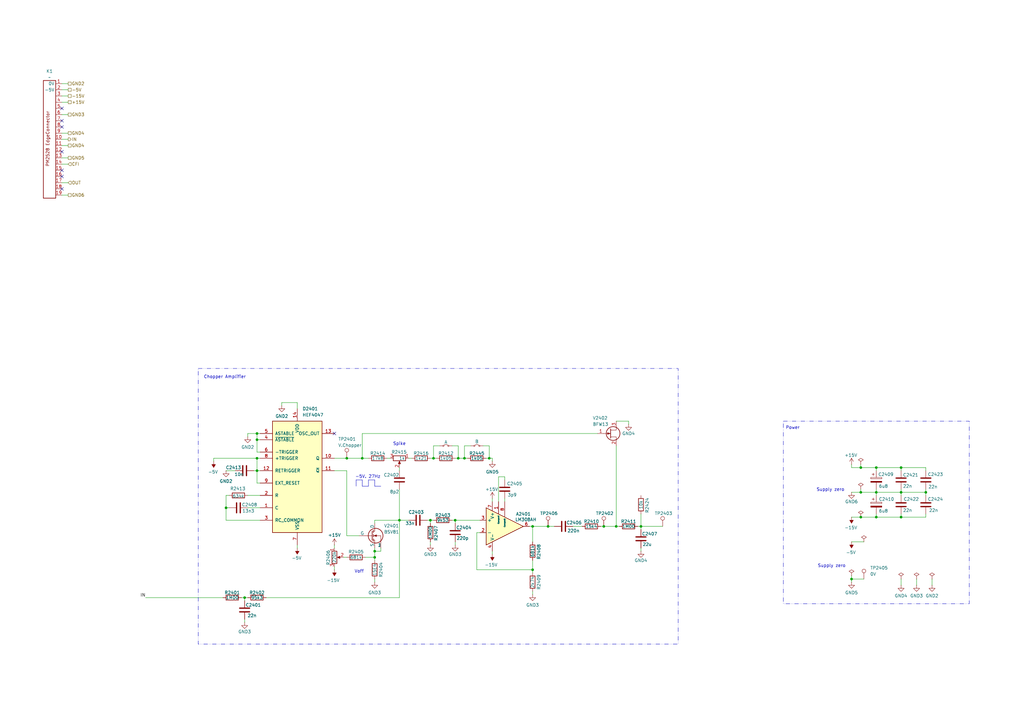
<source format=kicad_sch>
(kicad_sch (version 20250114) (generator "eeschema") (generator_version "9.0")
  (paper "A3")
  (title_block (title "Philips PM2528 - N24 (AC Amplifier)") (date "2025-07-06") (rev "0.1"))
  (lib_symbols
    (symbol "4xxx:4047" (pin_names (offset 1.016))
      (property "Reference" "U" (at -7.62 24.13 0))
      (property "Value" "4047" (at -7.62 -24.13 0))
      (symbol "4047_1_0"
        (pin input line (at -15.24 17.78 0) (length 5.08) (name "ASTABLE") (number "5"))
        (pin input line (at -15.24 15.24 0) (length 5.08) (name "~{ASTABLE}") (number "4"))
        (pin input line (at -15.24 10.16 0) (length 5.08) (name "-TRIGGER") (number "6"))
        (pin input line (at -15.24 7.62 0) (length 5.08) (name "+TRIGGER") (number "8"))
        (pin input line (at -15.24 2.54 0) (length 5.08) (name "RETRIGGER") (number "12"))
        (pin input line (at -15.24 -2.54 0) (length 5.08) (name "EXT_RESET") (number "9"))
        (pin input line (at -15.24 -7.62 0) (length 5.08) (name "R") (number "2"))
        (pin input line (at -15.24 -12.7 0) (length 5.08) (name "C") (number "1"))
        (pin input line (at -15.24 -17.78 0) (length 5.08) (name "RC_COMMON") (number "3"))
        (pin power_in line (at 0 27.94 270) (length 5.08) (name "VDD") (number "14"))
        (pin power_in line (at 0 -27.94 90) (length 5.08) (name "VSS") (number "7"))
        (pin output line (at 15.24 17.78 180) (length 5.08) (name "OSC_OUT") (number "13"))
        (pin output line (at 15.24 7.62 180) (length 5.08) (name "Q") (number "10"))
        (pin output line (at 15.24 2.54 180) (length 5.08) (name "~{Q}") (number "11"))
      )
      (symbol "4047_1_1"
        (rectangle (start -10.16 22.86) (end 10.16 -22.86) (stroke (width 0.254)) (fill (type background)))
      )
    )
    (symbol "Connector:TestPoint" (pin_numbers (hide yes)) (pin_names (offset 0.762) (hide yes))
      (property "Reference" "TP" (at 0 6.858 0))
      (property "Value" "TestPoint" (at 0 5.08 0))
      (symbol "TestPoint_0_1"
        (circle (center 0 3.302) (radius 0.762))
      )
      (symbol "TestPoint_1_1"
        (pin passive line (at 0 0 90) (length 2.54) (name "1") (number "1"))
      )
    )
    (symbol "Device:C" (pin_numbers (hide yes)) (pin_names (offset 0.254))
      (property "Reference" "C" (at 0.635 2.54 0))
      (property "Value" "C" (at 0.635 -2.54 0))
      (symbol "C_0_1"
        (polyline (pts (xy -2.032 0.762) (xy 2.032 0.762)) (stroke (width 0.508)))
        (polyline (pts (xy -2.032 -0.762) (xy 2.032 -0.762)) (stroke (width 0.508)))
      )
      (symbol "C_1_1"
        (pin passive line (at 0 3.81 270) (length 2.794) (name "~") (number "1"))
        (pin passive line (at 0 -3.81 90) (length 2.794) (name "~") (number "2"))
      )
    )
    (symbol "Device:C_Polarized" (pin_numbers (hide yes)) (pin_names (offset 0.254))
      (property "Reference" "C" (at 0.635 2.54 0))
      (property "Value" "C_Polarized" (at 0.635 -2.54 0))
      (symbol "C_Polarized_0_1"
        (rectangle (start -2.286 0.508) (end 2.286 1.016))
        (polyline (pts (xy -1.778 2.286) (xy -0.762 2.286)))
        (polyline (pts (xy -1.27 2.794) (xy -1.27 1.778)))
        (rectangle (start 2.286 -0.508) (end -2.286 -1.016) (fill (type outline)))
      )
      (symbol "C_Polarized_1_1"
        (pin passive line (at 0 3.81 270) (length 2.794) (name "~") (number "1"))
        (pin passive line (at 0 -3.81 90) (length 2.794) (name "~") (number "2"))
      )
    )
    (symbol "Device:R" (pin_numbers (hide yes)) (pin_names (offset 0))
      (property "Reference" "R" (at 2.032 0 90))
      (property "Value" "R" (at 0 0 90))
      (symbol "R_0_1"
        (rectangle (start -1.016 -2.54) (end 1.016 2.54) (stroke (width 0.254)))
      )
      (symbol "R_1_1"
        (pin passive line (at 0 3.81 270) (length 1.27) (name "~") (number "1"))
        (pin passive line (at 0 -3.81 90) (length 1.27) (name "~") (number "2"))
      )
    )
    (symbol "Device:R_Potentiometer" (pin_names (offset 1.016) (hide yes))
      (property "Reference" "RV" (at -4.445 0 90))
      (property "Value" "R_Potentiometer" (at -2.54 0 90))
      (symbol "R_Potentiometer_0_1"
        (rectangle (start 1.016 2.54) (end -1.016 -2.54) (stroke (width 0.254)))
        (polyline (pts (xy 1.143 0) (xy 2.286 0.508) (xy 2.286 -0.508) (xy 1.143 0)) (fill (type outline)))
        (polyline (pts (xy 2.54 0) (xy 1.524 0)))
      )
      (symbol "R_Potentiometer_1_1"
        (pin passive line (at 0 3.81 270) (length 1.27) (name "1") (number "1"))
        (pin passive line (at 0 -3.81 90) (length 1.27) (name "3") (number "3"))
        (pin passive line (at 3.81 0 180) (length 1.27) (name "2") (number "2"))
      )
    )
    (symbol "Jumper:Jumper_2_Small_Bridged" (pin_numbers (hide yes)) (pin_names (offset 0) (hide yes))
      (property "Reference" "JP" (at 0 2.032 0))
      (property "Value" "Jumper_2_Small_Bridged" (at 0 -2.286 0))
      (symbol "Jumper_2_Small_Bridged_0_0"
        (circle (center -1.016 0) (radius 0.254))
        (circle (center 1.016 0) (radius 0.254))
      )
      (symbol "Jumper_2_Small_Bridged_0_1"
        (arc (start -0.762 0.254) (mid 0 0.5696) (end 0.762 0.254))
      )
      (symbol "Jumper_2_Small_Bridged_1_1"
        (pin passive line (at -2.54 0 0) (length 1.27) (name "A") (number "1"))
        (pin passive line (at 2.54 0 180) (length 1.27) (name "B") (number "2"))
      )
    )
    (symbol "PM2528:OPAMP_COMPEN"
      (property "Reference" "U" (at 1.27 7.62 0))
      (property "Value" "OPAMP_COMPEN" (at 1.27 5.08 0))
      (symbol "OPAMP_COMPEN_0_1"
        (polyline (pts (xy -7.62 7.62) (xy 7.62 0) (xy -7.62 -7.62) (xy -7.62 7.62)) (stroke (width 0.254)) (fill (type background)))
      )
      (symbol "OPAMP_COMPEN_1_1"
        (pin input line (at -10.16 2.54 0) (length 2.54) (name "+") (number "3"))
        (pin input line (at -10.16 -2.54 0) (length 2.54) (name "-") (number "2"))
        (pin power_in line (at -5.08 10.16 270) (length 3.81) (name "V+") (number "7"))
        (pin power_in line (at -5.08 -10.16 90) (length 3.81) (name "V-") (number "4"))
        (pin input line (at -2.54 10.16 270) (length 5.08) (name "CompenA") (number "1"))
        (pin input line (at 0 10.16 270) (length 6.35) (name "CompenB") (number "8"))
        (pin output line (at 10.16 0 180) (length 2.54) (name "~") (number "6"))
      )
    )
    (symbol "PM2528:PCBEdge_Plugincard"
      (property "Reference" "K" (at -0.508 25.4 0))
      (symbol "PCBEdge_Plugincard_1_1"
        (rectangle (start -2.54 24.13) (end 2.54 -24.13) (stroke (width 0.254)))
        (text "PM2528 EdgeConnector" (at -0.762 0.254 900) (effects (font (size 1.27 1.27))))
        (pin passive line (at 5.08 22.86 180) (length 2.54) (name "0V") (number "1"))
        (pin passive line (at 5.08 20.32 180) (length 2.54) (name "-5V") (number "2"))
        (pin passive line (at 5.08 17.78 180) (length 2.54) (name "") (number "3"))
        (pin passive line (at 5.08 15.24 180) (length 2.54) (name "") (number "4"))
        (pin passive line (at 5.08 12.7 180) (length 2.54) (name "") (number "5"))
        (pin passive line (at 5.08 10.16 180) (length 2.54) (name "") (number "6"))
        (pin passive line (at 5.08 7.62 180) (length 2.54) (name "") (number "7"))
        (pin passive line (at 5.08 5.08 180) (length 2.54) (name "") (number "8"))
        (pin passive line (at 5.08 2.54 180) (length 2.54) (name "") (number "9"))
        (pin passive line (at 5.08 0 180) (length 2.54) (name "") (number "10"))
        (pin passive line (at 5.08 -2.54 180) (length 2.54) (name "") (number "11"))
        (pin passive line (at 5.08 -5.08 180) (length 2.54) (name "") (number "12"))
        (pin passive line (at 5.08 -7.62 180) (length 2.54) (name "") (number "13"))
        (pin passive line (at 5.08 -10.16 180) (length 2.54) (name "") (number "14"))
        (pin passive line (at 5.08 -12.7 180) (length 2.54) (name "") (number "15"))
        (pin passive line (at 5.08 -15.24 180) (length 2.54) (name "") (number "16"))
        (pin passive line (at 5.08 -17.78 180) (length 2.54) (name "") (number "17"))
        (pin passive line (at 5.08 -20.32 180) (length 2.54) (name "") (number "18"))
        (pin passive line (at 5.08 -22.86 180) (length 2.54) (name "") (number "19"))
      )
    )
    (symbol "Simulation_SPICE:NMOS_Substrate" (pin_numbers (hide yes)) (pin_names (offset 0))
      (property "Reference" "Q" (at 6.985 1.27 0))
      (property "Value" "NMOS_Substrate" (at 6.985 -1.27 0))
      (symbol "NMOS_Substrate_0_1"
        (polyline (pts (xy 1.524 1.905) (xy 1.524 -1.905)) (stroke (width 0.254)))
        (polyline (pts (xy 1.524 0) (xy -1.27 0)))
        (polyline (pts (xy 2.032 2.286) (xy 2.032 1.27)) (stroke (width 0.254)))
        (polyline (pts (xy 2.032 1.778) (xy 2.54 1.778) (xy 2.54 2.54)))
        (polyline (pts (xy 2.032 0.508) (xy 2.032 -0.508)) (stroke (width 0.254)))
        (polyline (pts (xy 2.032 -1.27) (xy 2.032 -2.286)) (stroke (width 0.254)))
        (polyline (pts (xy 2.286 0) (xy 3.302 0.381) (xy 3.302 -0.381) (xy 2.286 0)) (fill (type outline)))
        (polyline (pts (xy 2.54 -2.54) (xy 2.54 -1.778) (xy 2.032 -1.778)))
        (circle (center 2.921 0) (radius 3.0294) (stroke (width 0.254)))
        (polyline (pts (xy 5.08 -2.54) (xy 5.08 0) (xy 2.032 0)))
      )
      (symbol "NMOS_Substrate_1_1"
        (pin input line (at -3.81 0 0) (length 2.54) (name "G") (number "2"))
        (pin passive line (at 2.54 5.08 270) (length 2.54) (name "D") (number "1"))
        (pin passive line (at 2.54 -5.08 90) (length 2.54) (name "S") (number "3"))
        (pin input line (at 5.08 -5.08 90) (length 2.54) (name "Bulk") (number "4"))
      )
    )
    (symbol "Transistor_FET:BF245C" (pin_names (hide yes))
      (property "Reference" "Q" (at 5.08 1.905 0))
      (property "Value" "BF245C" (at 5.08 0 0))
      (symbol "BF245C_0_1"
        (polyline (pts (xy 0 0) (xy -1.016 0.381) (xy -1.016 -0.381) (xy 0 0)) (fill (type outline)))
        (polyline (pts (xy 0.254 1.905) (xy 0.254 -1.905)) (stroke (width 0.254)))
        (polyline (pts (xy 0.254 0) (xy -2.54 0)))
        (circle (center 1.27 0) (radius 2.8194) (stroke (width 0.254)))
        (polyline (pts (xy 2.54 2.54) (xy 2.54 1.397) (xy 0.254 1.397)))
        (polyline (pts (xy 2.54 -2.54) (xy 2.54 -1.397) (xy 0.254 -1.397)))
      )
      (symbol "BF245C_1_1"
        (pin input line (at -5.08 0 0) (length 2.54) (name "G") (number "1"))
        (pin passive line (at 2.54 5.08 270) (length 2.54) (name "D") (number "3"))
        (pin passive line (at 2.54 -5.08 90) (length 2.54) (name "S") (number "2"))
      )
    )
    (symbol "power:+15V" (power) (pin_numbers (hide yes)) (pin_names (offset 0) (hide yes))
      (property "Value" "+15V" (at 0 3.556 0))
      (symbol "+15V_0_1"
        (polyline (pts (xy -0.762 1.27) (xy 0 2.54)))
        (polyline (pts (xy 0 2.54) (xy 0.762 1.27)))
        (polyline (pts (xy 0 0) (xy 0 2.54)))
      )
      (symbol "+15V_1_1"
        (pin power_in line (at 0 0 90) (length 0) (name "~") (number "1"))
      )
    )
    (symbol "power:-15V" (power) (pin_numbers (hide yes)) (pin_names (offset 0) (hide yes))
      (property "Value" "-15V" (at 0 3.556 0))
      (symbol "-15V_0_0"
        (pin power_in line (at 0 0 90) (length 0) (name "~") (number "1"))
      )
      (symbol "-15V_0_1"
        (polyline (pts (xy 0 0) (xy 0 1.27) (xy 0.762 1.27) (xy 0 2.54) (xy -0.762 1.27) (xy 0 1.27)) (fill (type outline)))
      )
    )
    (symbol "power:-5V" (power) (pin_numbers (hide yes)) (pin_names (offset 0) (hide yes))
      (property "Value" "-5V" (at 0 3.556 0))
      (symbol "-5V_0_0"
        (pin power_in line (at 0 0 90) (length 0) (name "~") (number "1"))
      )
      (symbol "-5V_0_1"
        (polyline (pts (xy 0 0) (xy 0 1.27) (xy 0.762 1.27) (xy 0 2.54) (xy -0.762 1.27) (xy 0 1.27)) (fill (type outline)))
      )
    )
    (symbol "power:GND" (power) (pin_numbers (hide yes)) (pin_names (offset 0) (hide yes))
      (property "Value" "GND" (at 0 -3.81 0))
      (symbol "GND_0_1"
        (polyline (pts (xy 0 0) (xy 0 -1.27) (xy 1.27 -1.27) (xy 0 -2.54) (xy -1.27 -1.27) (xy 0 -1.27)))
      )
      (symbol "GND_1_1"
        (pin power_in line (at 0 0 270) (length 0) (name "~") (number "1"))
      )
    )
    (symbol "power:GND2" (power) (pin_numbers (hide yes)) (pin_names (offset 0) (hide yes))
      (property "Value" "GND2" (at 0 -3.81 0))
      (symbol "GND2_0_1"
        (polyline (pts (xy 0 0) (xy 0 -1.27) (xy 1.27 -1.27) (xy 0 -2.54) (xy -1.27 -1.27) (xy 0 -1.27)))
      )
      (symbol "GND2_1_1"
        (pin power_in line (at 0 0 270) (length 0) (name "~") (number "1"))
      )
    )
    (symbol "power:GND3" (power) (pin_numbers (hide yes)) (pin_names (offset 0) (hide yes))
      (property "Value" "GND3" (at 0 -3.81 0))
      (symbol "GND3_0_1"
        (polyline (pts (xy 0 0) (xy 0 -1.27) (xy 1.27 -1.27) (xy 0 -2.54) (xy -1.27 -1.27) (xy 0 -1.27)))
      )
      (symbol "GND3_1_1"
        (pin power_in line (at 0 0 270) (length 0) (name "~") (number "1"))
      )
    )
    (symbol "power:PWR_FLAG" (power) (pin_numbers (hide yes)) (pin_names (offset 0) (hide yes))
      (property "Value" "PWR_FLAG" (at 0 3.81 0))
      (symbol "PWR_FLAG_0_0"
        (pin power_out line (at 0 0 90) (length 0) (name "~") (number "1"))
      )
      (symbol "PWR_FLAG_0_1"
        (polyline (pts (xy 0 0) (xy 0 1.27) (xy -1.016 1.905) (xy 0 2.54) (xy 1.016 1.905) (xy 0 1.27)))
      )
    )
  )
  (rectangle (start 81.28 151.13) (end 278.13 264.16) (stroke (width 0) (type dash_dot_dot)))
  (rectangle (start 321.31 172.72) (end 397.51 247.65) (stroke (width 0) (type dash_dot_dot)))
  (text "Power" (at 325.12 175.514 0) (effects (font (size 1.27 1.27))))
  (text "-5V. 27Hz" (at 150.876 195.58 0) (effects (font (size 1.27 1.27))))
  (text "Voff" (at 147.32 234.442 0) (effects (font (size 1.27 1.27))))
  (text "Supply zero" (at 341.122 232.156 0) (effects (font (size 1.27 1.27))))
  (text "Spike" (at 163.83 182.118 0) (effects (font (size 1.27 1.27))))
  (text "Chopper Amplifier" (at 92.202 154.686 0) (effects (font (size 1.27 1.27))))
  (text "Supply zero" (at 340.614 200.914 0) (effects (font (size 1.27 1.27))))
  (junction (at 252.73 215.9))
  (junction (at 359.41 212.09))
  (junction (at 359.41 191.77))
  (junction (at 353.06 191.77))
  (junction (at 105.41 177.8))
  (junction (at 177.8 187.96))
  (junction (at 100.33 245.11))
  (junction (at 176.53 213.36))
  (junction (at 359.41 201.93))
  (junction (at 105.41 180.34))
  (junction (at 218.44 215.9))
  (junction (at 190.5 187.96))
  (junction (at 369.57 191.77))
  (junction (at 105.41 193.04))
  (junction (at 105.41 187.96))
  (junction (at 186.69 213.36))
  (junction (at 353.06 201.93))
  (junction (at 369.57 201.93))
  (junction (at 218.44 233.68))
  (junction (at 369.57 212.09))
  (junction (at 163.83 213.36))
  (junction (at 187.96 187.96))
  (junction (at 262.89 215.9))
  (junction (at 92.71 208.28))
  (junction (at 200.66 187.96))
  (junction (at 142.24 187.96))
  (junction (at 349.25 237.49))
  (junction (at 353.06 212.09))
  (junction (at 153.67 226.06))
  (junction (at 224.79 215.9))
  (junction (at 148.59 187.96))
  (junction (at 247.65 215.9))
  (junction (at 153.67 228.6))
  (junction (at 379.73 201.93))
  (no_connect (at 25.4 77.47))
  (no_connect (at 137.16 177.8))
  (no_connect (at 25.4 62.23))
  (no_connect (at 25.4 69.85))
  (no_connect (at 25.4 49.53))
  (no_connect (at 25.4 72.39))
  (no_connect (at 25.4 52.07))
  (no_connect (at 25.4 44.45))
  (wire (pts (xy 247.65 215.9) (xy 252.73 215.9)))
  (wire (pts (xy 153.67 228.6) (xy 153.67 229.87)))
  (wire (pts (xy 359.41 191.77) (xy 369.57 191.77)))
  (wire (pts (xy 204.47 205.74) (xy 204.47 195.58)))
  (wire (pts (xy 180.34 182.88) (xy 177.8 182.88)))
  (wire (pts (xy 207.01 204.47) (xy 207.01 205.74)))
  (wire (pts (xy 201.93 187.96) (xy 200.66 187.96)))
  (wire (pts (xy 87.63 187.96) (xy 87.63 189.23)))
  (wire (pts (xy 105.41 185.42) (xy 106.68 185.42)))
  (wire (pts (xy 193.04 182.88) (xy 190.5 182.88)))
  (wire (pts (xy 185.42 182.88) (xy 187.96 182.88)))
  (wire (pts (xy 262.89 210.82) (xy 262.89 215.9)))
  (wire (pts (xy 25.4 41.91) (xy 27.94 41.91)))
  (wire (pts (xy 163.83 213.36) (xy 167.64 213.36)))
  (wire (pts (xy 176.53 213.36) (xy 176.53 214.63)))
  (wire (pts (xy 153.67 237.49) (xy 153.67 238.76)))
  (wire (pts (xy 369.57 191.77) (xy 369.57 193.04)))
  (wire (pts (xy 200.66 187.96) (xy 199.39 187.96)))
  (wire (pts (xy 115.57 165.1) (xy 121.92 165.1)))
  (wire (pts (xy 153.67 214.63) (xy 153.67 213.36)))
  (wire (pts (xy 218.44 215.9) (xy 224.79 215.9)))
  (wire (pts (xy 25.4 36.83) (xy 27.94 36.83)))
  (wire (pts (xy 92.71 208.28) (xy 92.71 203.2)))
  (wire (pts (xy 201.93 226.06) (xy 201.93 227.33)))
  (wire (pts (xy 195.58 218.44) (xy 195.58 233.68)))
  (wire (pts (xy 101.6 177.8) (xy 101.6 179.07)))
  (wire (pts (xy 186.69 213.36) (xy 186.69 214.63)))
  (wire (pts (xy 252.73 215.9) (xy 254 215.9)))
  (wire (pts (xy 167.64 187.96) (xy 168.91 187.96)))
  (wire (pts (xy 105.41 198.12) (xy 105.41 193.04)))
  (wire (pts (xy 359.41 201.93) (xy 369.57 201.93)))
  (wire (pts (xy 379.73 212.09) (xy 369.57 212.09)))
  (wire (pts (xy 246.38 215.9) (xy 247.65 215.9)))
  (wire (pts (xy 379.73 201.93) (xy 379.73 203.2)))
  (wire (pts (xy 369.57 212.09) (xy 359.41 212.09)))
  (polyline (pts (xy 151.13 196.85) (xy 153.67 196.85)))
  (wire (pts (xy 91.44 245.11) (xy 59.69 245.11)))
  (wire (pts (xy 121.92 223.52) (xy 121.92 224.79)))
  (wire (pts (xy 104.14 193.04) (xy 105.41 193.04)))
  (wire (pts (xy 176.53 187.96) (xy 177.8 187.96)))
  (wire (pts (xy 140.97 228.6) (xy 142.24 228.6)))
  (wire (pts (xy 156.21 226.06) (xy 153.67 226.06)))
  (wire (pts (xy 252.73 182.88) (xy 252.73 215.9)))
  (wire (pts (xy 100.33 254) (xy 100.33 255.27)))
  (wire (pts (xy 349.25 212.09) (xy 353.06 212.09)))
  (wire (pts (xy 359.41 200.66) (xy 359.41 201.93)))
  (wire (pts (xy 105.41 177.8) (xy 101.6 177.8)))
  (wire (pts (xy 92.71 193.04) (xy 96.52 193.04)))
  (wire (pts (xy 92.71 203.2) (xy 93.98 203.2)))
  (polyline (pts (xy 153.67 199.39) (xy 156.21 199.39)))
  (wire (pts (xy 204.47 195.58) (xy 207.01 195.58)))
  (wire (pts (xy 105.41 177.8) (xy 105.41 180.34)))
  (wire (pts (xy 359.41 201.93) (xy 359.41 203.2)))
  (wire (pts (xy 176.53 222.25) (xy 176.53 223.52)))
  (wire (pts (xy 224.79 215.9) (xy 227.33 215.9)))
  (wire (pts (xy 382.27 237.49) (xy 382.27 240.03)))
  (wire (pts (xy 93.98 208.28) (xy 92.71 208.28)))
  (wire (pts (xy 105.41 180.34) (xy 105.41 185.42)))
  (wire (pts (xy 190.5 182.88) (xy 190.5 187.96)))
  (wire (pts (xy 99.06 245.11) (xy 100.33 245.11)))
  (wire (pts (xy 153.67 226.06) (xy 153.67 228.6)))
  (wire (pts (xy 142.24 219.71) (xy 147.32 219.71)))
  (wire (pts (xy 353.06 212.09) (xy 359.41 212.09)))
  (wire (pts (xy 25.4 46.99) (xy 27.94 46.99)))
  (wire (pts (xy 25.4 80.01) (xy 27.94 80.01)))
  (wire (pts (xy 101.6 208.28) (xy 106.68 208.28)))
  (wire (pts (xy 105.41 187.96) (xy 87.63 187.96)))
  (wire (pts (xy 353.06 201.93) (xy 359.41 201.93)))
  (wire (pts (xy 176.53 213.36) (xy 177.8 213.36)))
  (wire (pts (xy 379.73 191.77) (xy 379.73 193.04)))
  (wire (pts (xy 163.83 191.77) (xy 163.83 193.04)))
  (wire (pts (xy 137.16 232.41) (xy 137.16 233.68)))
  (wire (pts (xy 158.75 187.96) (xy 160.02 187.96)))
  (wire (pts (xy 109.22 245.11) (xy 163.83 245.11)))
  (wire (pts (xy 142.24 193.04) (xy 137.16 193.04)))
  (wire (pts (xy 353.06 191.77) (xy 359.41 191.77)))
  (wire (pts (xy 105.41 180.34) (xy 106.68 180.34)))
  (wire (pts (xy 177.8 182.88) (xy 177.8 187.96)))
  (wire (pts (xy 186.69 187.96) (xy 187.96 187.96)))
  (wire (pts (xy 201.93 204.47) (xy 201.93 205.74)))
  (wire (pts (xy 100.33 245.11) (xy 100.33 246.38)))
  (wire (pts (xy 25.4 34.29) (xy 27.94 34.29)))
  (wire (pts (xy 25.4 64.77) (xy 27.94 64.77)))
  (wire (pts (xy 379.73 210.82) (xy 379.73 212.09)))
  (wire (pts (xy 100.33 245.11) (xy 101.6 245.11)))
  (wire (pts (xy 190.5 187.96) (xy 191.77 187.96)))
  (wire (pts (xy 262.89 215.9) (xy 262.89 217.17)))
  (wire (pts (xy 186.69 222.25) (xy 186.69 223.52)))
  (wire (pts (xy 106.68 213.36) (xy 92.71 213.36)))
  (wire (pts (xy 353.06 200.66) (xy 353.06 201.93)))
  (wire (pts (xy 186.69 213.36) (xy 196.85 213.36)))
  (wire (pts (xy 349.25 237.49) (xy 349.25 238.76)))
  (polyline (pts (xy 151.13 199.39) (xy 151.13 196.85)))
  (wire (pts (xy 379.73 200.66) (xy 379.73 201.93)))
  (wire (pts (xy 25.4 39.37) (xy 27.94 39.37)))
  (wire (pts (xy 142.24 193.04) (xy 142.24 219.71)))
  (wire (pts (xy 163.83 200.66) (xy 163.83 213.36)))
  (wire (pts (xy 148.59 177.8) (xy 148.59 187.96)))
  (wire (pts (xy 105.41 193.04) (xy 105.41 187.96)))
  (wire (pts (xy 369.57 201.93) (xy 379.73 201.93)))
  (wire (pts (xy 252.73 172.72) (xy 257.81 172.72)))
  (wire (pts (xy 105.41 187.96) (xy 106.68 187.96)))
  (wire (pts (xy 177.8 187.96) (xy 179.07 187.96)))
  (wire (pts (xy 25.4 74.93) (xy 27.94 74.93)))
  (polyline (pts (xy 153.67 196.85) (xy 153.67 199.39)))
  (wire (pts (xy 359.41 191.77) (xy 359.41 193.04)))
  (wire (pts (xy 106.68 177.8) (xy 105.41 177.8)))
  (wire (pts (xy 187.96 182.88) (xy 187.96 187.96)))
  (wire (pts (xy 218.44 242.57) (xy 218.44 243.84)))
  (wire (pts (xy 106.68 198.12) (xy 105.41 198.12)))
  (wire (pts (xy 349.25 201.93) (xy 353.06 201.93)))
  (wire (pts (xy 148.59 187.96) (xy 151.13 187.96)))
  (wire (pts (xy 262.89 224.79) (xy 262.89 226.06)))
  (wire (pts (xy 261.62 215.9) (xy 262.89 215.9)))
  (wire (pts (xy 137.16 223.52) (xy 137.16 224.79)))
  (wire (pts (xy 369.57 210.82) (xy 369.57 212.09)))
  (wire (pts (xy 101.6 203.2) (xy 106.68 203.2)))
  (wire (pts (xy 25.4 59.69) (xy 27.94 59.69)))
  (wire (pts (xy 200.66 182.88) (xy 200.66 187.96)))
  (wire (pts (xy 106.68 193.04) (xy 105.41 193.04)))
  (wire (pts (xy 201.93 189.23) (xy 201.93 187.96)))
  (wire (pts (xy 25.4 57.15) (xy 27.94 57.15)))
  (wire (pts (xy 207.01 195.58) (xy 207.01 196.85)))
  (wire (pts (xy 121.92 165.1) (xy 121.92 167.64)))
  (wire (pts (xy 353.06 190.5) (xy 353.06 191.77)))
  (wire (pts (xy 218.44 229.87) (xy 218.44 233.68)))
  (wire (pts (xy 25.4 54.61) (xy 27.94 54.61)))
  (wire (pts (xy 369.57 200.66) (xy 369.57 201.93)))
  (wire (pts (xy 25.4 67.31) (xy 27.94 67.31)))
  (wire (pts (xy 218.44 233.68) (xy 218.44 234.95)))
  (wire (pts (xy 349.25 191.77) (xy 353.06 191.77)))
  (wire (pts (xy 349.25 190.5) (xy 349.25 191.77)))
  (wire (pts (xy 359.41 210.82) (xy 359.41 212.09)))
  (polyline (pts (xy 148.59 196.85) (xy 148.59 199.39)))
  (wire (pts (xy 187.96 187.96) (xy 190.5 187.96)))
  (wire (pts (xy 369.57 191.77) (xy 379.73 191.77)))
  (wire (pts (xy 92.71 208.28) (xy 92.71 213.36)))
  (wire (pts (xy 349.25 222.25) (xy 354.33 222.25)))
  (wire (pts (xy 185.42 213.36) (xy 186.69 213.36)))
  (wire (pts (xy 198.12 182.88) (xy 200.66 182.88)))
  (wire (pts (xy 149.86 228.6) (xy 153.67 228.6)))
  (wire (pts (xy 217.17 215.9) (xy 218.44 215.9)))
  (wire (pts (xy 153.67 224.79) (xy 153.67 226.06)))
  (wire (pts (xy 115.57 166.37) (xy 115.57 165.1)))
  (wire (pts (xy 196.85 218.44) (xy 195.58 218.44)))
  (wire (pts (xy 175.26 213.36) (xy 176.53 213.36)))
  (wire (pts (xy 369.57 201.93) (xy 369.57 203.2)))
  (wire (pts (xy 369.57 237.49) (xy 369.57 240.03)))
  (wire (pts (xy 271.78 215.9) (xy 262.89 215.9)))
  (polyline (pts (xy 148.59 199.39) (xy 151.13 199.39)))
  (wire (pts (xy 218.44 215.9) (xy 218.44 222.25)))
  (wire (pts (xy 156.21 224.79) (xy 156.21 226.06)))
  (wire (pts (xy 137.16 187.96) (xy 142.24 187.96)))
  (wire (pts (xy 163.83 245.11) (xy 163.83 213.36)))
  (polyline (pts (xy 146.05 196.85) (xy 148.59 196.85)))
  (wire (pts (xy 349.25 236.22) (xy 349.25 237.49)))
  (wire (pts (xy 245.11 177.8) (xy 148.59 177.8)))
  (wire (pts (xy 153.67 213.36) (xy 163.83 213.36)))
  (wire (pts (xy 195.58 233.68) (xy 218.44 233.68)))
  (wire (pts (xy 142.24 187.96) (xy 148.59 187.96)))
  (wire (pts (xy 234.95 215.9) (xy 238.76 215.9)))
  (wire (pts (xy 375.92 237.49) (xy 375.92 240.03)))
  (polyline (pts (xy 146.05 199.39) (xy 146.05 196.85)))
  (wire (pts (xy 349.25 237.49) (xy 354.33 237.49)))
  (wire (pts (xy 257.81 172.72) (xy 257.81 173.99)))
  (label "IN" (at 59.69 245.11 180))
  (hierarchical_label "-15V" (shape passive) (at 27.94 39.37 0))
  (hierarchical_label "-5V" (shape passive) (at 27.94 36.83 0))
  (hierarchical_label "GND2" (shape passive) (at 27.94 34.29 0))
  (hierarchical_label "GND4" (shape passive) (at 27.94 54.61 0))
  (hierarchical_label "GND3" (shape passive) (at 27.94 46.99 0))
  (hierarchical_label "IN" (shape output) (at 27.94 57.15 0))
  (hierarchical_label "GND6" (shape passive) (at 27.94 80.01 0))
  (hierarchical_label "GND5" (shape passive) (at 27.94 64.77 0))
  (hierarchical_label "OUT" (shape input) (at 27.94 74.93 0))
  (hierarchical_label "GND4" (shape passive) (at 27.94 59.69 0))
  (hierarchical_label "+15V" (shape passive) (at 27.94 41.91 0))
  (hierarchical_label "CFI" (shape input) (at 27.94 67.31 0))
  (symbol (lib_id "power:GND2") (at 153.67 238.76 0) (unit 1)
    (property "Reference" "#PWR013" (effects (hide yes)))
    (property "Value" "GND3" (at 153.67 243.078 0))
    (property "Description" "Power symbol creates a global label with name \"GND2\" , ground" (effects (hide yes)))
  )
  (symbol (lib_id "power:PWR_FLAG") (at 353.06 212.09 0) (unit 1)
    (property "Reference" "#FLG03" (effects (hide yes)))
    (property "Value" "PWR_FLAG" (effects (hide yes)))
    (property "Description" "Special symbol for telling ERC where power comes from" (effects (hide yes)))
  )
  (symbol (lib_id "power:-5V") (at 349.25 222.25 180) (unit 1)
    (property "Reference" "#PWR03" (effects (hide yes)))
    (property "Value" "-5V" (at 348.996 226.568 0))
    (property "Description" "Power symbol creates a global label with name \"-5V\"" (effects (hide yes)))
  )
  (symbol (lib_id "Device:C") (at 262.89 220.98 0) (unit 1)
    (property "Reference" "C2407" (at 266.446 218.948 0))
    (property "Value" "22u" (at 265.43 223.266 0))
    (property "Description" "Unpolarized capacitor" (effects (hide yes)))
  )
  (symbol (lib_id "power:GND") (at 349.25 238.76 0) (unit 1)
    (property "Reference" "#PWR05" (effects (hide yes)))
    (property "Value" "GND5" (at 349.25 243.078 0))
    (property "Description" "Power symbol creates a global label with name \"GND\" , ground" (effects (hide yes)))
  )
  (symbol (lib_id "PM2528:PCBEdge_Plugincard") (at 20.32 57.15 0) (unit 1)
    (property "Reference" "K1" (at 20.32 29.21 0))
    (property "Value" "~" (at 20.32 31.75 0))
    (property "Footprint" "PM2528:PM2528_RiserCardConnector" (effects (hide yes)))
  )
  (symbol (lib_id "Device:R") (at 172.72 187.96 90) (unit 1)
    (property "Reference" "R2416" (at 172.72 185.928 90))
    (property "Value" "1k21" (at 172.72 187.96 90))
    (property "Description" "Resistor" (effects (hide yes)))
  )
  (symbol (lib_id "Device:R") (at 176.53 218.44 180) (unit 1)
    (property "Reference" "R2407" (at 178.816 218.694 90))
    (property "Value" "1M00" (at 176.53 218.44 90))
    (property "Description" "Resistor" (effects (hide yes)))
  )
  (symbol (lib_id "Connector:TestPoint") (at 271.78 215.9 0) (unit 1)
    (property "Reference" "TP2403" (at 268.478 210.566 0) (effects (justify left)))
    (property "Footprint" "TestPoint:TestPoint_Loop_D2.50mm_Drill1.0mm" (effects (hide yes)))
    (property "Description" "test point" (effects (hide yes)))
  )
  (symbol (lib_id "power:GND") (at 382.27 240.03 0) (unit 1)
    (property "Reference" "#PWR017" (effects (hide yes)))
    (property "Value" "GND2" (at 382.27 244.348 0))
    (property "Description" "Power symbol creates a global label with name \"GND\" , ground" (effects (hide yes)))
  )
  (symbol (lib_id "Connector:TestPoint") (at 224.79 215.9 0) (unit 1)
    (property "Reference" "TP2406" (at 221.488 210.566 0) (effects (justify left)))
    (property "Value" "AC_RMS?" (effects (hide yes)))
    (property "Footprint" "TestPoint:TestPoint_Loop_D2.50mm_Drill1.0mm" (effects (hide yes)))
    (property "Description" "test point" (effects (hide yes)))
  )
  (symbol (lib_id "Device:C") (at 379.73 196.85 0) (unit 1)
    (property "Reference" "C2423" (at 380.492 194.564 0) (effects (justify left)))
    (property "Value" "22n" (at 380.746 199.644 0) (effects (justify left)))
    (property "Description" "Unpolarized capacitor" (effects (hide yes)))
  )
  (symbol (lib_id "power:PWR_FLAG") (at 353.06 190.5 0) (unit 1)
    (property "Reference" "#FLG01" (effects (hide yes)))
    (property "Value" "PWR_FLAG" (effects (hide yes)))
    (property "Description" "Special symbol for telling ERC where power comes from" (effects (hide yes)))
  )
  (symbol (lib_id "Device:R") (at 195.58 187.96 90) (unit 1)
    (property "Reference" "R2445" (at 195.58 185.928 90))
    (property "Value" "1k05" (at 195.58 187.96 90))
    (property "Description" "Resistor" (effects (hide yes)))
  )
  (symbol (lib_id "power:-15V") (at 137.16 233.68 180) (unit 1)
    (property "Reference" "#PWR012" (effects (hide yes)))
    (property "Value" "-15V" (at 136.652 237.998 0))
    (property "Description" "Power symbol creates a global label with name \"-15V\"" (effects (hide yes)))
  )
  (symbol (lib_id "Device:R") (at 242.57 215.9 90) (unit 1)
    (property "Reference" "R2410" (at 242.57 213.868 90))
    (property "Value" "15k4" (at 242.57 215.9 90))
    (property "Description" "Resistor" (effects (hide yes)))
  )
  (symbol (lib_id "Device:R_Potentiometer") (at 137.16 228.6 0) (unit 1)
    (property "Reference" "R2406" (at 134.62 225.552 90) (effects (justify right)))
    (property "Value" "220k" (at 137.16 226.06 90) (effects (justify right)))
    (property "Description" "Potentiometer" (effects (hide yes)))
  )
  (symbol (lib_id "power:-5V") (at 87.63 189.23 180) (unit 1)
    (property "Reference" "#PWR09" (effects (hide yes)))
    (property "Value" "-5V" (at 87.376 193.548 0))
    (property "Description" "Power symbol creates a global label with name \"-5V\"" (effects (hide yes)))
  )
  (symbol (lib_id "Simulation_SPICE:NMOS_Substrate") (at 151.13 219.71 0) (unit 1)
    (property "Reference" "V2401" (at 157.48 215.646 0) (effects (justify left)))
    (property "Value" "BSV81" (at 157.48 218.186 0) (effects (justify left)))
    (property "Footprint" "Package_TO_SOT_THT:TO-72-4" (effects (hide yes)))
    (property "Datasheet" "https://ngspice.sourceforge.io/docs/ngspice-html-manual/manual.xhtml#cha_MOSFETs" (effects (hide yes)))
    (property "Description" "N-channel MOSFET symbol with substrate (bulk) pin" (effects (hide yes)))
    (property "Sim.Device" "NMOS" (effects (hide yes)))
    (property "Sim.Type" "MOS1" (effects (hide yes)))
    (property "Sim.Pins" "1=D 2=G 3=S 4=B" (effects (hide yes)))
  )
  (symbol (lib_id "Device:R") (at 257.81 215.9 90) (unit 1)
    (property "Reference" "R2411" (at 257.81 213.868 90))
    (property "Value" "1M00" (at 257.81 215.9 90))
    (property "Description" "Resistor" (effects (hide yes)))
  )
  (symbol (lib_id "power:GND") (at 375.92 240.03 0) (unit 1)
    (property "Reference" "#PWR07" (effects (hide yes)))
    (property "Value" "GND3" (at 375.92 244.348 0))
    (property "Description" "Power symbol creates a global label with name \"GND\" , ground" (effects (hide yes)))
  )
  (symbol (lib_id "power:GND2") (at 186.69 223.52 0) (unit 1)
    (property "Reference" "#PWR021" (effects (hide yes)))
    (property "Value" "GND3" (at 186.69 227.33 0))
    (property "Description" "Power symbol creates a global label with name \"GND2\" , ground" (effects (hide yes)))
  )
  (symbol (lib_id "power:+15V") (at 349.25 190.5 0) (unit 1)
    (property "Reference" "#PWR01" (effects (hide yes)))
    (property "Value" "+15V" (at 348.996 186.69 0))
    (property "Description" "Power symbol creates a global label with name \"+15V\"" (effects (hide yes)))
  )
  (symbol (lib_id "Device:R") (at 105.41 245.11 90) (unit 1)
    (property "Reference" "R2402" (at 105.41 243.078 90))
    (property "Value" "95k3" (at 105.41 245.11 90))
    (property "Description" "Resistor" (effects (hide yes)))
  )
  (symbol (lib_id "power:GND2") (at 257.81 173.99 0) (unit 1)
    (property "Reference" "#PWR018" (effects (hide yes)))
    (property "Value" "GND4" (at 257.81 177.8 0))
    (property "Description" "Power symbol creates a global label with name \"GND2\" , ground" (effects (hide yes)))
  )
  (symbol (lib_id "power:GND2") (at 100.33 255.27 0) (unit 1)
    (property "Reference" "#PWR025" (effects (hide yes)))
    (property "Value" "GND3" (at 100.33 259.08 0))
    (property "Description" "Power symbol creates a global label with name \"GND2\" , ground" (effects (hide yes)))
  )
  (symbol (lib_id "power:PWR_FLAG") (at 375.92 237.49 0) (unit 1)
    (property "Reference" "#FLG07" (effects (hide yes)))
    (property "Value" "PWR_FLAG" (effects (hide yes)))
    (property "Description" "Special symbol for telling ERC where power comes from" (effects (hide yes)))
  )
  (symbol (lib_id "Device:C") (at 97.79 208.28 270) (unit 1)
    (property "Reference" "C2408" (at 102.362 207.01 90))
    (property "Value" "13n3" (at 101.854 209.55 90))
    (property "Description" "Unpolarized capacitor" (effects (hide yes)))
  )
  (symbol (lib_id "power:GND") (at 369.57 240.03 0) (unit 1)
    (property "Reference" "#PWR06" (effects (hide yes)))
    (property "Value" "GND4" (at 369.57 244.348 0))
    (property "Description" "Power symbol creates a global label with name \"GND\" , ground" (effects (hide yes)))
  )
  (symbol (lib_id "power:GND3") (at 349.25 201.93 0) (unit 1)
    (property "Reference" "#PWR04" (effects (hide yes)))
    (property "Value" "GND6" (at 349.25 205.74 0))
    (property "Description" "Power symbol creates a global label with name \"GND3\" , ground" (effects (hide yes)))
  )
  (symbol (lib_id "power:PWR_FLAG") (at 354.33 222.25 0) (unit 1)
    (property "Reference" "#FLG04" (effects (hide yes)))
    (property "Value" "PWR_FLAG" (effects (hide yes)))
    (property "Description" "Special symbol for telling ERC where power comes from" (effects (hide yes)))
  )
  (symbol (lib_id "Jumper:Jumper_2_Small_Bridged") (at 195.58 182.88 0) (unit 1)
    (property "Reference" "JP2" (effects (hide yes)))
    (property "Value" "B" (at 195.58 181.102 0))
    (property "Footprint" "TestPoint:TestPoint_Bridge_Pitch2.54mm_Drill1.0mm" (effects (hide yes)))
    (property "Description" "Jumper, 2-pole, small symbol, bridged" (effects (hide yes)))
  )
  (symbol (lib_id "Device:R") (at 218.44 226.06 180) (unit 1)
    (property "Reference" "R2408" (at 220.98 226.314 90))
    (property "Value" "681k" (at 218.44 226.06 90))
    (property "Description" "Resistor" (effects (hide yes)))
  )
  (symbol (lib_id "power:GND2") (at 115.57 166.37 0) (unit 1)
    (property "Reference" "#PWR016" (effects (hide yes)))
    (property "Value" "GND2" (at 115.57 170.688 0))
    (property "Description" "Power symbol creates a global label with name \"GND2\" , ground" (effects (hide yes)))
  )
  (symbol (lib_id "power:PWR_FLAG") (at 382.27 237.49 0) (unit 1)
    (property "Reference" "#FLG08" (effects (hide yes)))
    (property "Value" "PWR_FLAG" (effects (hide yes)))
    (property "Description" "Special symbol for telling ERC where power comes from" (effects (hide yes)))
  )
  (symbol (lib_id "Device:R") (at 181.61 213.36 90) (unit 1)
    (property "Reference" "R2403" (at 181.61 211.328 90))
    (property "Value" "9k53" (at 181.61 213.36 90))
    (property "Description" "Resistor" (effects (hide yes)))
  )
  (symbol (lib_id "Device:C_Polarized") (at 359.41 207.01 0) (unit 1)
    (property "Reference" "C2410" (at 360.426 204.724 0) (effects (justify left)))
    (property "Value" "6u8" (at 360.426 209.55 0) (effects (justify left)))
    (property "Description" "Polarized capacitor" (effects (hide yes)))
  )
  (symbol (lib_id "power:GND2") (at 176.53 223.52 0) (unit 1)
    (property "Reference" "#PWR020" (effects (hide yes)))
    (property "Value" "GND3" (at 176.53 227.33 0))
    (property "Description" "Power symbol creates a global label with name \"GND2\" , ground" (effects (hide yes)))
  )
  (symbol (lib_id "Device:R") (at 146.05 228.6 270) (unit 1)
    (property "Reference" "R2405" (at 146.05 226.314 90))
    (property "Value" "681k" (at 146.05 228.6 90))
    (property "Description" "Resistor" (effects (hide yes)))
  )
  (symbol (lib_id "power:GND2") (at 218.44 243.84 0) (unit 1)
    (property "Reference" "#PWR019" (effects (hide yes)))
    (property "Value" "GND3" (at 218.44 248.158 0))
    (property "Description" "Power symbol creates a global label with name \"GND2\" , ground" (effects (hide yes)))
  )
  (symbol (lib_id "Device:R_Potentiometer") (at 163.83 187.96 270) (unit 1)
    (property "Reference" "R2415" (at 166.878 185.42 90) (effects (justify right)))
    (property "Value" "1k" (at 166.116 187.96 90) (effects (justify right)))
    (property "Description" "Potentiometer" (effects (hide yes)))
  )
  (symbol (lib_id "Connector:TestPoint") (at 142.24 187.96 0) (unit 1)
    (property "Reference" "TP2401" (at 138.684 180.086 0) (effects (justify left)))
    (property "Value" "V.Chopper" (at 138.684 182.626 0) (effects (justify left)))
    (property "Footprint" "TestPoint:TestPoint_Loop_D2.50mm_Drill1.0mm" (effects (hide yes)))
    (property "Description" "test point" (effects (hide yes)))
  )
  (symbol (lib_id "Device:R") (at 154.94 187.96 90) (unit 1)
    (property "Reference" "R2414" (at 154.94 185.928 90))
    (property "Value" "17k8" (at 154.94 187.96 90))
    (property "Description" "Resistor" (effects (hide yes)))
  )
  (symbol (lib_id "Device:C") (at 171.45 213.36 90) (unit 1)
    (property "Reference" "C2403" (at 170.688 210.058 90))
    (property "Value" "33n" (at 168.148 214.63 90))
    (property "Description" "Unpolarized capacitor" (effects (hide yes)))
  )
  (symbol (lib_id "Device:C") (at 100.33 250.19 0) (unit 1)
    (property "Reference" "C2401" (at 103.886 248.158 0))
    (property "Value" "22n" (at 103.378 252.476 0))
    (property "Description" "Unpolarized capacitor" (effects (hide yes)))
  )
  (symbol (lib_id "power:GND2") (at 201.93 189.23 0) (unit 1)
    (property "Reference" "#PWR014" (effects (hide yes)))
    (property "Value" "GND5" (at 201.93 193.548 0))
    (property "Description" "Power symbol creates a global label with name \"GND2\" , ground" (effects (hide yes)))
  )
  (symbol (lib_id "Device:R") (at 97.79 203.2 90) (unit 1)
    (property "Reference" "R2413" (at 97.536 200.406 90))
    (property "Value" "634k" (at 97.79 203.454 90))
    (property "Description" "Resistor" (effects (hide yes)))
  )
  (symbol (lib_id "power:PWR_FLAG") (at 369.57 237.49 0) (unit 1)
    (property "Reference" "#FLG06" (effects (hide yes)))
    (property "Value" "PWR_FLAG" (effects (hide yes)))
    (property "Description" "Special symbol for telling ERC where power comes from" (effects (hide yes)))
  )
  (symbol (lib_id "Jumper:Jumper_2_Small_Bridged") (at 182.88 182.88 0) (unit 1)
    (property "Reference" "JP1" (effects (hide yes)))
    (property "Value" "A" (at 182.88 181.356 0))
    (property "Footprint" "TestPoint:TestPoint_Bridge_Pitch2.54mm_Drill1.0mm" (effects (hide yes)))
    (property "Description" "Jumper, 2-pole, small symbol, bridged" (effects (hide yes)))
  )
  (symbol (lib_id "power:PWR_FLAG") (at 349.25 236.22 0) (unit 1)
    (property "Reference" "#FLG05" (effects (hide yes)))
    (property "Value" "PWR_FLAG" (effects (hide yes)))
    (property "Description" "Special symbol for telling ERC where power comes from" (effects (hide yes)))
  )
  (symbol (lib_id "4xxx:4047") (at 121.92 195.58 0) (unit 1)
    (property "Reference" "D2401" (at 124.0633 167.64 0) (effects (justify left)))
    (property "Value" "HEF4047" (at 124.0633 170.18 0) (effects (justify left)))
    (property "Footprint" "Package_DIP:DIP-14_W7.62mm" (effects (hide yes)))
    (property "Datasheet" "https://www.ti.com/lit/ds/symlink/cd4047b.pdf" (effects (hide yes)))
    (property "Description" "Monostable/Astable Multivibrator" (effects (hide yes)))
  )
  (symbol (lib_id "Device:R") (at 218.44 238.76 180) (unit 1)
    (property "Reference" "R2409" (at 220.98 238.76 90))
    (property "Value" "2k74" (at 218.44 238.76 90))
    (property "Description" "Resistor" (effects (hide yes)))
  )
  (symbol (lib_id "power:GND2") (at 92.71 193.04 0) (unit 1)
    (property "Reference" "#PWR010" (effects (hide yes)))
    (property "Value" "GND2" (at 92.71 197.358 0))
    (property "Description" "Power symbol creates a global label with name \"GND2\" , ground" (effects (hide yes)))
  )
  (symbol (lib_id "Device:C") (at 231.14 215.9 90) (unit 1)
    (property "Reference" "C2406" (at 235.458 214.376 90))
    (property "Value" "220n" (at 235.204 217.678 90))
    (property "Description" "Unpolarized capacitor" (effects (hide yes)))
  )
  (symbol (lib_id "power:+15V") (at 201.93 204.47 0) (unit 1)
    (property "Reference" "#PWR022" (effects (hide yes)))
    (property "Value" "+15V" (at 201.676 200.66 0))
    (property "Description" "Power symbol creates a global label with name \"+15V\"" (effects (hide yes)))
  )
  (symbol (lib_id "power:GND2") (at 262.89 226.06 0) (unit 1)
    (property "Reference" "#PWR024" (effects (hide yes)))
    (property "Value" "GND4" (at 262.89 229.87 0))
    (property "Description" "Power symbol creates a global label with name \"GND2\" , ground" (effects (hide yes)))
  )
  (symbol (lib_id "power:-5V") (at 121.92 224.79 180) (unit 1)
    (property "Reference" "#PWR015" (effects (hide yes)))
    (property "Value" "-5V" (at 121.666 228.854 0))
    (property "Description" "Power symbol creates a global label with name \"-5V\"" (effects (hide yes)))
  )
  (symbol (lib_id "PM2528:OPAMP_COMPEN") (at 207.01 215.9 0) (unit 1)
    (property "Reference" "A2401" (at 214.63 210.82 0))
    (property "Value" "LM308AH" (at 215.646 213.106 0))
    (property "Footprint" "Package_DIP:DIP-8_W7.62mm" (effects (hide yes)))
    (property "Description" "Operational Amplifier" (effects (hide yes)))
  )
  (symbol (lib_id "Device:C") (at 207.01 200.66 0) (unit 1)
    (property "Reference" "C2405" (at 211.074 198.374 0))
    (property "Value" "3p9" (at 210.058 202.946 0))
    (property "Description" "Unpolarized capacitor" (effects (hide yes)))
  )
  (symbol (lib_id "power:+15V") (at 137.16 223.52 0) (unit 1)
    (property "Reference" "#PWR011" (effects (hide yes)))
    (property "Value" "+15V" (at 137.16 219.456 0))
    (property "Description" "Power symbol creates a global label with name \"+15V\"" (effects (hide yes)))
  )
  (symbol (lib_id "Connector:TestPoint") (at 247.65 215.9 0) (unit 1)
    (property "Reference" "TP2402" (at 244.348 210.566 0) (effects (justify left)))
    (property "Footprint" "TestPoint:TestPoint_Loop_D2.50mm_Drill1.0mm" (effects (hide yes)))
    (property "Description" "test point" (effects (hide yes)))
  )
  (symbol (lib_id "Device:R") (at 95.25 245.11 90) (unit 1)
    (property "Reference" "R2401" (at 95.25 243.078 90))
    (property "Value" "1M00" (at 95.25 245.11 90))
    (property "Description" "Resistor" (effects (hide yes)))
  )
  (symbol (lib_id "Device:C") (at 163.83 196.85 0) (unit 1)
    (property "Reference" "C2402" (at 160.528 194.818 0))
    (property "Value" "8p2" (at 161.798 201.676 0))
    (property "Description" "Unpolarized capacitor" (effects (hide yes)))
  )
  (symbol (lib_id "Device:R") (at 182.88 187.96 90) (unit 1)
    (property "Reference" "R2412" (at 182.88 185.928 90))
    (property "Value" "1k05" (at 182.88 187.96 90))
    (property "Description" "Resistor" (effects (hide yes)))
  )
  (symbol (lib_id "Device:R") (at 153.67 233.68 180) (unit 1)
    (property "Reference" "R2404" (at 156.21 233.68 90))
    (property "Value" "15E4" (at 153.67 233.68 90))
    (property "Description" "Resistor" (effects (hide yes)))
  )
  (symbol (lib_id "power:GND2") (at 101.6 179.07 0) (unit 1)
    (property "Reference" "#PWR08" (effects (hide yes)))
    (property "Value" "GND2" (at 101.6 183.388 0))
    (property "Description" "Power symbol creates a global label with name \"GND2\" , ground" (effects (hide yes)))
  )
  (symbol (lib_id "Transistor_FET:BF245C") (at 250.19 177.8 0) (unit 1)
    (property "Reference" "V2402" (at 243.078 171.45 0) (effects (justify left)))
    (property "Value" "BFW13" (at 243.078 173.99 0) (effects (justify left)))
    (property "Footprint" "Package_TO_SOT_THT:TO-72-4" (effects (hide yes)))
    (property "Datasheet" "https://www.onsemi.com/pub/Collateral/BF245A-D.PDF" (effects (hide yes)))
    (property "Description" "10mA Id, 30V Vgs, N-Channel FET Transistor, TO-92" (effects (hide yes)))
  )
  (symbol (lib_id "Device:C") (at 369.57 196.85 0) (unit 1)
    (property "Reference" "C2421" (at 370.332 194.818 0) (effects (justify left)))
    (property "Value" "22n" (at 370.332 199.39 0) (effects (justify left)))
    (property "Description" "Unpolarized capacitor" (effects (hide yes)))
  )
  (symbol (lib_id "power:PWR_FLAG") (at 353.06 200.66 0) (unit 1)
    (property "Reference" "#FLG02" (effects (hide yes)))
    (property "Value" "PWR_FLAG" (effects (hide yes)))
    (property "Description" "Special symbol for telling ERC where power comes from" (effects (hide yes)))
  )
  (symbol (lib_id "Device:C") (at 369.57 207.01 0) (unit 1)
    (property "Reference" "C2422" (at 370.586 204.724 0) (effects (justify left)))
    (property "Value" "22n" (at 370.332 209.296 0) (effects (justify left)))
    (property "Description" "Unpolarized capacitor" (effects (hide yes)))
  )
  (symbol (lib_id "Connector:TestPoint") (at 354.33 237.49 0) (unit 1)
    (property "Reference" "TP2405" (at 356.87 232.9179 0) (effects (justify left)))
    (property "Value" "0V" (at 356.87 235.4579 0) (effects (justify left)))
    (property "Footprint" "TestPoint:TestPoint_Loop_D2.50mm_Drill1.0mm" (effects (hide yes)))
    (property "Description" "test point" (effects (hide yes)))
  )
  (symbol (lib_id "Device:C") (at 379.73 207.01 0) (unit 1)
    (property "Reference" "C2424" (at 380.492 204.724 0) (effects (justify left)))
    (property "Value" "22n" (at 381 209.296 0) (effects (justify left)))
    (property "Description" "Unpolarized capacitor" (effects (hide yes)))
  )
  (symbol (lib_id "Device:C") (at 100.33 193.04 270) (unit 1)
    (property "Reference" "C2413" (at 95.758 191.77 90))
    (property "Value" "10n" (at 98.044 194.564 90))
    (property "Description" "Unpolarized capacitor" (effects (hide yes)))
  )
  (symbol (lib_id "Device:C") (at 186.69 218.44 0) (unit 1)
    (property "Reference" "C2404" (at 190.246 216.408 0))
    (property "Value" "220p" (at 189.738 220.726 0))
    (property "Description" "Unpolarized capacitor" (effects (hide yes)))
  )
  (symbol (lib_id "Device:R") (at 262.89 207.01 180) (unit 1)
    (property "Reference" "R2424" (at 265.43 207.264 90))
    (property "Value" "10k" (at 262.89 207.01 90))
    (property "Description" "Resistor" (effects (hide yes)))
  )
  (symbol (lib_id "power:-15V") (at 349.25 212.09 180) (unit 1)
    (property "Reference" "#PWR02" (effects (hide yes)))
    (property "Value" "-15V" (at 348.996 216.408 0))
    (property "Description" "Power symbol creates a global label with name \"-15V\"" (effects (hide yes)))
  )
  (symbol (lib_id "power:-15V") (at 201.93 227.33 180) (unit 1)
    (property "Reference" "#PWR023" (effects (hide yes)))
    (property "Value" "-15V" (at 201.422 231.648 0))
    (property "Description" "Power symbol creates a global label with name \"-15V\"" (effects (hide yes)))
  )
  (symbol (lib_id "Device:C_Polarized") (at 359.41 196.85 0) (unit 1)
    (property "Reference" "C2409" (at 360.172 194.564 0) (effects (justify left)))
    (property "Value" "6u8" (at 360.426 199.39 0) (effects (justify left)))
    (property "Description" "Polarized capacitor" (effects (hide yes)))
  )
)
</source>
